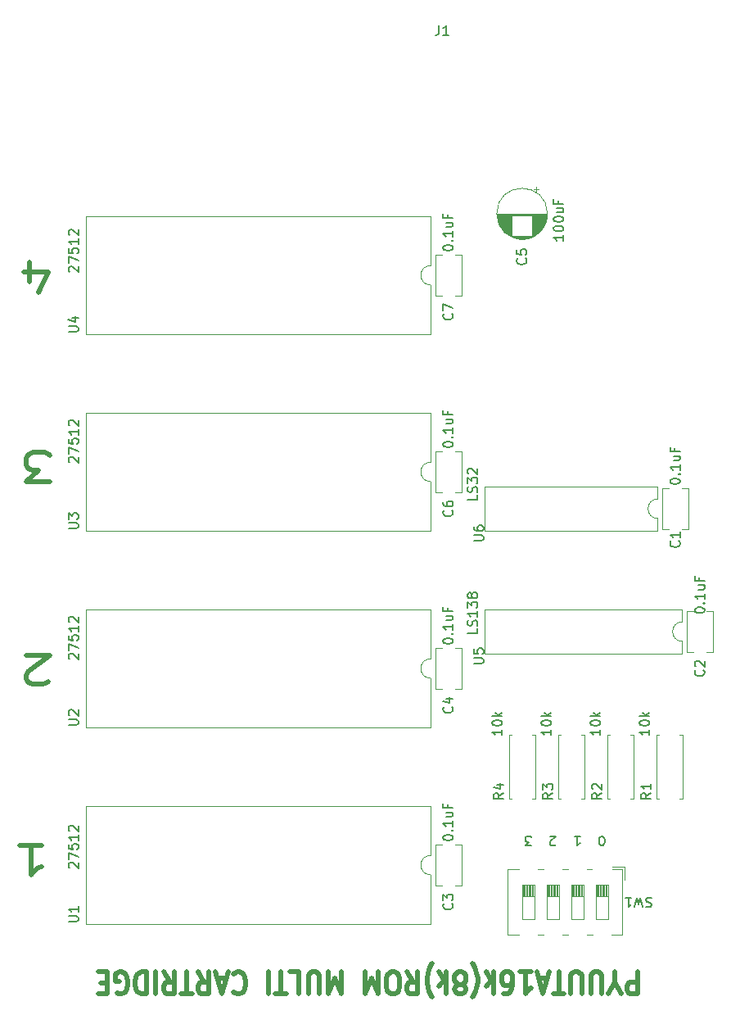
<source format=gto>
G04 #@! TF.GenerationSoftware,KiCad,Pcbnew,(5.1.9)-1*
G04 #@! TF.CreationDate,2025-03-23T14:17:03+09:00*
G04 #@! TF.ProjectId,PYUUTA16k,50595555-5441-4313-966b-2e6b69636164,rev?*
G04 #@! TF.SameCoordinates,PX53920b0PY93c3260*
G04 #@! TF.FileFunction,Legend,Top*
G04 #@! TF.FilePolarity,Positive*
%FSLAX46Y46*%
G04 Gerber Fmt 4.6, Leading zero omitted, Abs format (unit mm)*
G04 Created by KiCad (PCBNEW (5.1.9)-1) date 2025-03-23 14:17:03*
%MOMM*%
%LPD*%
G01*
G04 APERTURE LIST*
%ADD10C,0.500000*%
%ADD11C,0.150000*%
%ADD12C,0.120000*%
G04 APERTURE END LIST*
D10*
X67227142Y4215477D02*
X67227142Y1915477D01*
X66465238Y1915477D01*
X66274761Y2025000D01*
X66179523Y2134524D01*
X66084285Y2353572D01*
X66084285Y2682143D01*
X66179523Y2901191D01*
X66274761Y3010715D01*
X66465238Y3120239D01*
X67227142Y3120239D01*
X64846190Y3120239D02*
X64846190Y4215477D01*
X65512857Y1915477D02*
X64846190Y3120239D01*
X64179523Y1915477D01*
X63512857Y1915477D02*
X63512857Y3777381D01*
X63417619Y3996429D01*
X63322380Y4105953D01*
X63131904Y4215477D01*
X62750952Y4215477D01*
X62560476Y4105953D01*
X62465238Y3996429D01*
X62370000Y3777381D01*
X62370000Y1915477D01*
X61417619Y1915477D02*
X61417619Y3777381D01*
X61322380Y3996429D01*
X61227142Y4105953D01*
X61036666Y4215477D01*
X60655714Y4215477D01*
X60465238Y4105953D01*
X60370000Y3996429D01*
X60274761Y3777381D01*
X60274761Y1915477D01*
X59608095Y1915477D02*
X58465238Y1915477D01*
X59036666Y4215477D02*
X59036666Y1915477D01*
X57893809Y3558334D02*
X56941428Y3558334D01*
X58084285Y4215477D02*
X57417619Y1915477D01*
X56750952Y4215477D01*
X55036666Y4215477D02*
X56179523Y4215477D01*
X55608095Y4215477D02*
X55608095Y1915477D01*
X55798571Y2244048D01*
X55989047Y2463096D01*
X56179523Y2572620D01*
X53322380Y1915477D02*
X53703333Y1915477D01*
X53893809Y2025000D01*
X53989047Y2134524D01*
X54179523Y2463096D01*
X54274761Y2901191D01*
X54274761Y3777381D01*
X54179523Y3996429D01*
X54084285Y4105953D01*
X53893809Y4215477D01*
X53512857Y4215477D01*
X53322380Y4105953D01*
X53227142Y3996429D01*
X53131904Y3777381D01*
X53131904Y3229762D01*
X53227142Y3010715D01*
X53322380Y2901191D01*
X53512857Y2791667D01*
X53893809Y2791667D01*
X54084285Y2901191D01*
X54179523Y3010715D01*
X54274761Y3229762D01*
X52274761Y4215477D02*
X52274761Y1915477D01*
X52084285Y3339286D02*
X51512857Y4215477D01*
X51512857Y2682143D02*
X52274761Y3558334D01*
X50084285Y5091667D02*
X50179523Y4982143D01*
X50370000Y4653572D01*
X50465238Y4434524D01*
X50560476Y4105953D01*
X50655714Y3558334D01*
X50655714Y3120239D01*
X50560476Y2572620D01*
X50465238Y2244048D01*
X50370000Y2025000D01*
X50179523Y1696429D01*
X50084285Y1586905D01*
X49036666Y2901191D02*
X49227142Y2791667D01*
X49322380Y2682143D01*
X49417619Y2463096D01*
X49417619Y2353572D01*
X49322380Y2134524D01*
X49227142Y2025000D01*
X49036666Y1915477D01*
X48655714Y1915477D01*
X48465238Y2025000D01*
X48370000Y2134524D01*
X48274761Y2353572D01*
X48274761Y2463096D01*
X48370000Y2682143D01*
X48465238Y2791667D01*
X48655714Y2901191D01*
X49036666Y2901191D01*
X49227142Y3010715D01*
X49322380Y3120239D01*
X49417619Y3339286D01*
X49417619Y3777381D01*
X49322380Y3996429D01*
X49227142Y4105953D01*
X49036666Y4215477D01*
X48655714Y4215477D01*
X48465238Y4105953D01*
X48370000Y3996429D01*
X48274761Y3777381D01*
X48274761Y3339286D01*
X48370000Y3120239D01*
X48465238Y3010715D01*
X48655714Y2901191D01*
X47417619Y4215477D02*
X47417619Y1915477D01*
X47227142Y3339286D02*
X46655714Y4215477D01*
X46655714Y2682143D02*
X47417619Y3558334D01*
X45989047Y5091667D02*
X45893809Y4982143D01*
X45703333Y4653572D01*
X45608095Y4434524D01*
X45512857Y4105953D01*
X45417619Y3558334D01*
X45417619Y3120239D01*
X45512857Y2572620D01*
X45608095Y2244048D01*
X45703333Y2025000D01*
X45893809Y1696429D01*
X45989047Y1586905D01*
X43322380Y4215477D02*
X43989047Y3120239D01*
X44465238Y4215477D02*
X44465238Y1915477D01*
X43703333Y1915477D01*
X43512857Y2025000D01*
X43417619Y2134524D01*
X43322380Y2353572D01*
X43322380Y2682143D01*
X43417619Y2901191D01*
X43512857Y3010715D01*
X43703333Y3120239D01*
X44465238Y3120239D01*
X42084285Y1915477D02*
X41703333Y1915477D01*
X41512857Y2025000D01*
X41322380Y2244048D01*
X41227142Y2682143D01*
X41227142Y3448810D01*
X41322380Y3886905D01*
X41512857Y4105953D01*
X41703333Y4215477D01*
X42084285Y4215477D01*
X42274761Y4105953D01*
X42465238Y3886905D01*
X42560476Y3448810D01*
X42560476Y2682143D01*
X42465238Y2244048D01*
X42274761Y2025000D01*
X42084285Y1915477D01*
X40370000Y4215477D02*
X40370000Y1915477D01*
X39703333Y3558334D01*
X39036666Y1915477D01*
X39036666Y4215477D01*
X36560476Y4215477D02*
X36560476Y1915477D01*
X35893809Y3558334D01*
X35227142Y1915477D01*
X35227142Y4215477D01*
X34274761Y1915477D02*
X34274761Y3777381D01*
X34179523Y3996429D01*
X34084285Y4105953D01*
X33893809Y4215477D01*
X33512857Y4215477D01*
X33322380Y4105953D01*
X33227142Y3996429D01*
X33131904Y3777381D01*
X33131904Y1915477D01*
X31227142Y4215477D02*
X32179523Y4215477D01*
X32179523Y1915477D01*
X30846190Y1915477D02*
X29703333Y1915477D01*
X30274761Y4215477D02*
X30274761Y1915477D01*
X29036666Y4215477D02*
X29036666Y1915477D01*
X25417619Y3996429D02*
X25512857Y4105953D01*
X25798571Y4215477D01*
X25989047Y4215477D01*
X26274761Y4105953D01*
X26465238Y3886905D01*
X26560476Y3667858D01*
X26655714Y3229762D01*
X26655714Y2901191D01*
X26560476Y2463096D01*
X26465238Y2244048D01*
X26274761Y2025000D01*
X25989047Y1915477D01*
X25798571Y1915477D01*
X25512857Y2025000D01*
X25417619Y2134524D01*
X24655714Y3558334D02*
X23703333Y3558334D01*
X24846190Y4215477D02*
X24179523Y1915477D01*
X23512857Y4215477D01*
X21703333Y4215477D02*
X22370000Y3120239D01*
X22846190Y4215477D02*
X22846190Y1915477D01*
X22084285Y1915477D01*
X21893809Y2025000D01*
X21798571Y2134524D01*
X21703333Y2353572D01*
X21703333Y2682143D01*
X21798571Y2901191D01*
X21893809Y3010715D01*
X22084285Y3120239D01*
X22846190Y3120239D01*
X21131904Y1915477D02*
X19989047Y1915477D01*
X20560476Y4215477D02*
X20560476Y1915477D01*
X18179523Y4215477D02*
X18846190Y3120239D01*
X19322380Y4215477D02*
X19322380Y1915477D01*
X18560476Y1915477D01*
X18370000Y2025000D01*
X18274761Y2134524D01*
X18179523Y2353572D01*
X18179523Y2682143D01*
X18274761Y2901191D01*
X18370000Y3010715D01*
X18560476Y3120239D01*
X19322380Y3120239D01*
X17322380Y4215477D02*
X17322380Y1915477D01*
X16370000Y4215477D02*
X16370000Y1915477D01*
X15893809Y1915477D01*
X15608095Y2025000D01*
X15417619Y2244048D01*
X15322380Y2463096D01*
X15227142Y2901191D01*
X15227142Y3229762D01*
X15322380Y3667858D01*
X15417619Y3886905D01*
X15608095Y4105953D01*
X15893809Y4215477D01*
X16370000Y4215477D01*
X13322380Y2025000D02*
X13512857Y1915477D01*
X13798571Y1915477D01*
X14084285Y2025000D01*
X14274761Y2244048D01*
X14370000Y2463096D01*
X14465238Y2901191D01*
X14465238Y3229762D01*
X14370000Y3667858D01*
X14274761Y3886905D01*
X14084285Y4105953D01*
X13798571Y4215477D01*
X13608095Y4215477D01*
X13322380Y4105953D01*
X13227142Y3996429D01*
X13227142Y3229762D01*
X13608095Y3229762D01*
X12370000Y3010715D02*
X11703333Y3010715D01*
X11417619Y4215477D02*
X12370000Y4215477D01*
X12370000Y1915477D01*
X11417619Y1915477D01*
X4318095Y75557143D02*
X4318095Y77557143D01*
X5270476Y74414286D02*
X6222857Y76557143D01*
X3746666Y76557143D01*
X6413333Y54872143D02*
X3937142Y54872143D01*
X5270476Y56015000D01*
X4699047Y56015000D01*
X4318095Y56157858D01*
X4127619Y56300715D01*
X3937142Y56586429D01*
X3937142Y57300715D01*
X4127619Y57586429D01*
X4318095Y57729286D01*
X4699047Y57872143D01*
X5841904Y57872143D01*
X6222857Y57729286D01*
X6413333Y57586429D01*
X6222857Y34202858D02*
X6032380Y34060000D01*
X5651428Y33917143D01*
X4699047Y33917143D01*
X4318095Y34060000D01*
X4127619Y34202858D01*
X3937142Y34488572D01*
X3937142Y34774286D01*
X4127619Y35202858D01*
X6413333Y36917143D01*
X3937142Y36917143D01*
X3302142Y17232143D02*
X5587857Y17232143D01*
X4445000Y17232143D02*
X4445000Y14232143D01*
X4825952Y14660715D01*
X5206904Y14946429D01*
X5587857Y15089286D01*
D11*
X50617380Y39679762D02*
X50617380Y39203572D01*
X49617380Y39203572D01*
X50569761Y39965477D02*
X50617380Y40108334D01*
X50617380Y40346429D01*
X50569761Y40441667D01*
X50522142Y40489286D01*
X50426904Y40536905D01*
X50331666Y40536905D01*
X50236428Y40489286D01*
X50188809Y40441667D01*
X50141190Y40346429D01*
X50093571Y40155953D01*
X50045952Y40060715D01*
X49998333Y40013096D01*
X49903095Y39965477D01*
X49807857Y39965477D01*
X49712619Y40013096D01*
X49665000Y40060715D01*
X49617380Y40155953D01*
X49617380Y40394048D01*
X49665000Y40536905D01*
X50617380Y41489286D02*
X50617380Y40917858D01*
X50617380Y41203572D02*
X49617380Y41203572D01*
X49760238Y41108334D01*
X49855476Y41013096D01*
X49903095Y40917858D01*
X49617380Y41822620D02*
X49617380Y42441667D01*
X49998333Y42108334D01*
X49998333Y42251191D01*
X50045952Y42346429D01*
X50093571Y42394048D01*
X50188809Y42441667D01*
X50426904Y42441667D01*
X50522142Y42394048D01*
X50569761Y42346429D01*
X50617380Y42251191D01*
X50617380Y41965477D01*
X50569761Y41870239D01*
X50522142Y41822620D01*
X50045952Y43013096D02*
X49998333Y42917858D01*
X49950714Y42870239D01*
X49855476Y42822620D01*
X49807857Y42822620D01*
X49712619Y42870239D01*
X49665000Y42917858D01*
X49617380Y43013096D01*
X49617380Y43203572D01*
X49665000Y43298810D01*
X49712619Y43346429D01*
X49807857Y43394048D01*
X49855476Y43394048D01*
X49950714Y43346429D01*
X49998333Y43298810D01*
X50045952Y43203572D01*
X50045952Y43013096D01*
X50093571Y42917858D01*
X50141190Y42870239D01*
X50236428Y42822620D01*
X50426904Y42822620D01*
X50522142Y42870239D01*
X50569761Y42917858D01*
X50617380Y43013096D01*
X50617380Y43203572D01*
X50569761Y43298810D01*
X50522142Y43346429D01*
X50426904Y43394048D01*
X50236428Y43394048D01*
X50141190Y43346429D01*
X50093571Y43298810D01*
X50045952Y43203572D01*
X50617380Y53490953D02*
X50617380Y53014762D01*
X49617380Y53014762D01*
X50569761Y53776667D02*
X50617380Y53919524D01*
X50617380Y54157620D01*
X50569761Y54252858D01*
X50522142Y54300477D01*
X50426904Y54348096D01*
X50331666Y54348096D01*
X50236428Y54300477D01*
X50188809Y54252858D01*
X50141190Y54157620D01*
X50093571Y53967143D01*
X50045952Y53871905D01*
X49998333Y53824286D01*
X49903095Y53776667D01*
X49807857Y53776667D01*
X49712619Y53824286D01*
X49665000Y53871905D01*
X49617380Y53967143D01*
X49617380Y54205239D01*
X49665000Y54348096D01*
X49617380Y54681429D02*
X49617380Y55300477D01*
X49998333Y54967143D01*
X49998333Y55110000D01*
X50045952Y55205239D01*
X50093571Y55252858D01*
X50188809Y55300477D01*
X50426904Y55300477D01*
X50522142Y55252858D01*
X50569761Y55205239D01*
X50617380Y55110000D01*
X50617380Y54824286D01*
X50569761Y54729048D01*
X50522142Y54681429D01*
X49712619Y55681429D02*
X49665000Y55729048D01*
X49617380Y55824286D01*
X49617380Y56062381D01*
X49665000Y56157620D01*
X49712619Y56205239D01*
X49807857Y56252858D01*
X49903095Y56252858D01*
X50045952Y56205239D01*
X50617380Y55633810D01*
X50617380Y56252858D01*
X8437619Y76549524D02*
X8390000Y76597143D01*
X8342380Y76692381D01*
X8342380Y76930477D01*
X8390000Y77025715D01*
X8437619Y77073334D01*
X8532857Y77120953D01*
X8628095Y77120953D01*
X8770952Y77073334D01*
X9342380Y76501905D01*
X9342380Y77120953D01*
X8342380Y77454286D02*
X8342380Y78120953D01*
X9342380Y77692381D01*
X8342380Y78978096D02*
X8342380Y78501905D01*
X8818571Y78454286D01*
X8770952Y78501905D01*
X8723333Y78597143D01*
X8723333Y78835239D01*
X8770952Y78930477D01*
X8818571Y78978096D01*
X8913809Y79025715D01*
X9151904Y79025715D01*
X9247142Y78978096D01*
X9294761Y78930477D01*
X9342380Y78835239D01*
X9342380Y78597143D01*
X9294761Y78501905D01*
X9247142Y78454286D01*
X9342380Y79978096D02*
X9342380Y79406667D01*
X9342380Y79692381D02*
X8342380Y79692381D01*
X8485238Y79597143D01*
X8580476Y79501905D01*
X8628095Y79406667D01*
X8437619Y80359048D02*
X8390000Y80406667D01*
X8342380Y80501905D01*
X8342380Y80740000D01*
X8390000Y80835239D01*
X8437619Y80882858D01*
X8532857Y80930477D01*
X8628095Y80930477D01*
X8770952Y80882858D01*
X9342380Y80311429D01*
X9342380Y80930477D01*
X8437619Y56864524D02*
X8390000Y56912143D01*
X8342380Y57007381D01*
X8342380Y57245477D01*
X8390000Y57340715D01*
X8437619Y57388334D01*
X8532857Y57435953D01*
X8628095Y57435953D01*
X8770952Y57388334D01*
X9342380Y56816905D01*
X9342380Y57435953D01*
X8342380Y57769286D02*
X8342380Y58435953D01*
X9342380Y58007381D01*
X8342380Y59293096D02*
X8342380Y58816905D01*
X8818571Y58769286D01*
X8770952Y58816905D01*
X8723333Y58912143D01*
X8723333Y59150239D01*
X8770952Y59245477D01*
X8818571Y59293096D01*
X8913809Y59340715D01*
X9151904Y59340715D01*
X9247142Y59293096D01*
X9294761Y59245477D01*
X9342380Y59150239D01*
X9342380Y58912143D01*
X9294761Y58816905D01*
X9247142Y58769286D01*
X9342380Y60293096D02*
X9342380Y59721667D01*
X9342380Y60007381D02*
X8342380Y60007381D01*
X8485238Y59912143D01*
X8580476Y59816905D01*
X8628095Y59721667D01*
X8437619Y60674048D02*
X8390000Y60721667D01*
X8342380Y60816905D01*
X8342380Y61055000D01*
X8390000Y61150239D01*
X8437619Y61197858D01*
X8532857Y61245477D01*
X8628095Y61245477D01*
X8770952Y61197858D01*
X9342380Y60626429D01*
X9342380Y61245477D01*
X8437619Y36544524D02*
X8390000Y36592143D01*
X8342380Y36687381D01*
X8342380Y36925477D01*
X8390000Y37020715D01*
X8437619Y37068334D01*
X8532857Y37115953D01*
X8628095Y37115953D01*
X8770952Y37068334D01*
X9342380Y36496905D01*
X9342380Y37115953D01*
X8342380Y37449286D02*
X8342380Y38115953D01*
X9342380Y37687381D01*
X8342380Y38973096D02*
X8342380Y38496905D01*
X8818571Y38449286D01*
X8770952Y38496905D01*
X8723333Y38592143D01*
X8723333Y38830239D01*
X8770952Y38925477D01*
X8818571Y38973096D01*
X8913809Y39020715D01*
X9151904Y39020715D01*
X9247142Y38973096D01*
X9294761Y38925477D01*
X9342380Y38830239D01*
X9342380Y38592143D01*
X9294761Y38496905D01*
X9247142Y38449286D01*
X9342380Y39973096D02*
X9342380Y39401667D01*
X9342380Y39687381D02*
X8342380Y39687381D01*
X8485238Y39592143D01*
X8580476Y39496905D01*
X8628095Y39401667D01*
X8437619Y40354048D02*
X8390000Y40401667D01*
X8342380Y40496905D01*
X8342380Y40735000D01*
X8390000Y40830239D01*
X8437619Y40877858D01*
X8532857Y40925477D01*
X8628095Y40925477D01*
X8770952Y40877858D01*
X9342380Y40306429D01*
X9342380Y40925477D01*
X8437619Y14954524D02*
X8390000Y15002143D01*
X8342380Y15097381D01*
X8342380Y15335477D01*
X8390000Y15430715D01*
X8437619Y15478334D01*
X8532857Y15525953D01*
X8628095Y15525953D01*
X8770952Y15478334D01*
X9342380Y14906905D01*
X9342380Y15525953D01*
X8342380Y15859286D02*
X8342380Y16525953D01*
X9342380Y16097381D01*
X8342380Y17383096D02*
X8342380Y16906905D01*
X8818571Y16859286D01*
X8770952Y16906905D01*
X8723333Y17002143D01*
X8723333Y17240239D01*
X8770952Y17335477D01*
X8818571Y17383096D01*
X8913809Y17430715D01*
X9151904Y17430715D01*
X9247142Y17383096D01*
X9294761Y17335477D01*
X9342380Y17240239D01*
X9342380Y17002143D01*
X9294761Y16906905D01*
X9247142Y16859286D01*
X9342380Y18383096D02*
X9342380Y17811667D01*
X9342380Y18097381D02*
X8342380Y18097381D01*
X8485238Y18002143D01*
X8580476Y17906905D01*
X8628095Y17811667D01*
X8437619Y18764048D02*
X8390000Y18811667D01*
X8342380Y18906905D01*
X8342380Y19145000D01*
X8390000Y19240239D01*
X8437619Y19287858D01*
X8532857Y19335477D01*
X8628095Y19335477D01*
X8770952Y19287858D01*
X9342380Y18716429D01*
X9342380Y19335477D01*
X68397380Y29249762D02*
X68397380Y28678334D01*
X68397380Y28964048D02*
X67397380Y28964048D01*
X67540238Y28868810D01*
X67635476Y28773572D01*
X67683095Y28678334D01*
X67397380Y29868810D02*
X67397380Y29964048D01*
X67445000Y30059286D01*
X67492619Y30106905D01*
X67587857Y30154524D01*
X67778333Y30202143D01*
X68016428Y30202143D01*
X68206904Y30154524D01*
X68302142Y30106905D01*
X68349761Y30059286D01*
X68397380Y29964048D01*
X68397380Y29868810D01*
X68349761Y29773572D01*
X68302142Y29725953D01*
X68206904Y29678334D01*
X68016428Y29630715D01*
X67778333Y29630715D01*
X67587857Y29678334D01*
X67492619Y29725953D01*
X67445000Y29773572D01*
X67397380Y29868810D01*
X68397380Y30630715D02*
X67397380Y30630715D01*
X68016428Y30725953D02*
X68397380Y31011667D01*
X67730714Y31011667D02*
X68111666Y30630715D01*
X63317380Y29249762D02*
X63317380Y28678334D01*
X63317380Y28964048D02*
X62317380Y28964048D01*
X62460238Y28868810D01*
X62555476Y28773572D01*
X62603095Y28678334D01*
X62317380Y29868810D02*
X62317380Y29964048D01*
X62365000Y30059286D01*
X62412619Y30106905D01*
X62507857Y30154524D01*
X62698333Y30202143D01*
X62936428Y30202143D01*
X63126904Y30154524D01*
X63222142Y30106905D01*
X63269761Y30059286D01*
X63317380Y29964048D01*
X63317380Y29868810D01*
X63269761Y29773572D01*
X63222142Y29725953D01*
X63126904Y29678334D01*
X62936428Y29630715D01*
X62698333Y29630715D01*
X62507857Y29678334D01*
X62412619Y29725953D01*
X62365000Y29773572D01*
X62317380Y29868810D01*
X63317380Y30630715D02*
X62317380Y30630715D01*
X62936428Y30725953D02*
X63317380Y31011667D01*
X62650714Y31011667D02*
X63031666Y30630715D01*
X58237380Y29249762D02*
X58237380Y28678334D01*
X58237380Y28964048D02*
X57237380Y28964048D01*
X57380238Y28868810D01*
X57475476Y28773572D01*
X57523095Y28678334D01*
X57237380Y29868810D02*
X57237380Y29964048D01*
X57285000Y30059286D01*
X57332619Y30106905D01*
X57427857Y30154524D01*
X57618333Y30202143D01*
X57856428Y30202143D01*
X58046904Y30154524D01*
X58142142Y30106905D01*
X58189761Y30059286D01*
X58237380Y29964048D01*
X58237380Y29868810D01*
X58189761Y29773572D01*
X58142142Y29725953D01*
X58046904Y29678334D01*
X57856428Y29630715D01*
X57618333Y29630715D01*
X57427857Y29678334D01*
X57332619Y29725953D01*
X57285000Y29773572D01*
X57237380Y29868810D01*
X58237380Y30630715D02*
X57237380Y30630715D01*
X57856428Y30725953D02*
X58237380Y31011667D01*
X57570714Y31011667D02*
X57951666Y30630715D01*
X53157380Y29249762D02*
X53157380Y28678334D01*
X53157380Y28964048D02*
X52157380Y28964048D01*
X52300238Y28868810D01*
X52395476Y28773572D01*
X52443095Y28678334D01*
X52157380Y29868810D02*
X52157380Y29964048D01*
X52205000Y30059286D01*
X52252619Y30106905D01*
X52347857Y30154524D01*
X52538333Y30202143D01*
X52776428Y30202143D01*
X52966904Y30154524D01*
X53062142Y30106905D01*
X53109761Y30059286D01*
X53157380Y29964048D01*
X53157380Y29868810D01*
X53109761Y29773572D01*
X53062142Y29725953D01*
X52966904Y29678334D01*
X52776428Y29630715D01*
X52538333Y29630715D01*
X52347857Y29678334D01*
X52252619Y29725953D01*
X52205000Y29773572D01*
X52157380Y29868810D01*
X53157380Y30630715D02*
X52157380Y30630715D01*
X52776428Y30725953D02*
X53157380Y31011667D01*
X52490714Y31011667D02*
X52871666Y30630715D01*
X59507380Y80367381D02*
X59507380Y79795953D01*
X59507380Y80081667D02*
X58507380Y80081667D01*
X58650238Y79986429D01*
X58745476Y79891191D01*
X58793095Y79795953D01*
X58507380Y80986429D02*
X58507380Y81081667D01*
X58555000Y81176905D01*
X58602619Y81224524D01*
X58697857Y81272143D01*
X58888333Y81319762D01*
X59126428Y81319762D01*
X59316904Y81272143D01*
X59412142Y81224524D01*
X59459761Y81176905D01*
X59507380Y81081667D01*
X59507380Y80986429D01*
X59459761Y80891191D01*
X59412142Y80843572D01*
X59316904Y80795953D01*
X59126428Y80748334D01*
X58888333Y80748334D01*
X58697857Y80795953D01*
X58602619Y80843572D01*
X58555000Y80891191D01*
X58507380Y80986429D01*
X58507380Y81938810D02*
X58507380Y82034048D01*
X58555000Y82129286D01*
X58602619Y82176905D01*
X58697857Y82224524D01*
X58888333Y82272143D01*
X59126428Y82272143D01*
X59316904Y82224524D01*
X59412142Y82176905D01*
X59459761Y82129286D01*
X59507380Y82034048D01*
X59507380Y81938810D01*
X59459761Y81843572D01*
X59412142Y81795953D01*
X59316904Y81748334D01*
X59126428Y81700715D01*
X58888333Y81700715D01*
X58697857Y81748334D01*
X58602619Y81795953D01*
X58555000Y81843572D01*
X58507380Y81938810D01*
X58840714Y83129286D02*
X59507380Y83129286D01*
X58840714Y82700715D02*
X59364523Y82700715D01*
X59459761Y82748334D01*
X59507380Y82843572D01*
X59507380Y82986429D01*
X59459761Y83081667D01*
X59412142Y83129286D01*
X58983571Y83938810D02*
X58983571Y83605477D01*
X59507380Y83605477D02*
X58507380Y83605477D01*
X58507380Y84081667D01*
X47077380Y79002143D02*
X47077380Y79097381D01*
X47125000Y79192620D01*
X47172619Y79240239D01*
X47267857Y79287858D01*
X47458333Y79335477D01*
X47696428Y79335477D01*
X47886904Y79287858D01*
X47982142Y79240239D01*
X48029761Y79192620D01*
X48077380Y79097381D01*
X48077380Y79002143D01*
X48029761Y78906905D01*
X47982142Y78859286D01*
X47886904Y78811667D01*
X47696428Y78764048D01*
X47458333Y78764048D01*
X47267857Y78811667D01*
X47172619Y78859286D01*
X47125000Y78906905D01*
X47077380Y79002143D01*
X47982142Y79764048D02*
X48029761Y79811667D01*
X48077380Y79764048D01*
X48029761Y79716429D01*
X47982142Y79764048D01*
X48077380Y79764048D01*
X48077380Y80764048D02*
X48077380Y80192620D01*
X48077380Y80478334D02*
X47077380Y80478334D01*
X47220238Y80383096D01*
X47315476Y80287858D01*
X47363095Y80192620D01*
X47410714Y81621191D02*
X48077380Y81621191D01*
X47410714Y81192620D02*
X47934523Y81192620D01*
X48029761Y81240239D01*
X48077380Y81335477D01*
X48077380Y81478334D01*
X48029761Y81573572D01*
X47982142Y81621191D01*
X47553571Y82430715D02*
X47553571Y82097381D01*
X48077380Y82097381D02*
X47077380Y82097381D01*
X47077380Y82573572D01*
X47077380Y58682143D02*
X47077380Y58777381D01*
X47125000Y58872620D01*
X47172619Y58920239D01*
X47267857Y58967858D01*
X47458333Y59015477D01*
X47696428Y59015477D01*
X47886904Y58967858D01*
X47982142Y58920239D01*
X48029761Y58872620D01*
X48077380Y58777381D01*
X48077380Y58682143D01*
X48029761Y58586905D01*
X47982142Y58539286D01*
X47886904Y58491667D01*
X47696428Y58444048D01*
X47458333Y58444048D01*
X47267857Y58491667D01*
X47172619Y58539286D01*
X47125000Y58586905D01*
X47077380Y58682143D01*
X47982142Y59444048D02*
X48029761Y59491667D01*
X48077380Y59444048D01*
X48029761Y59396429D01*
X47982142Y59444048D01*
X48077380Y59444048D01*
X48077380Y60444048D02*
X48077380Y59872620D01*
X48077380Y60158334D02*
X47077380Y60158334D01*
X47220238Y60063096D01*
X47315476Y59967858D01*
X47363095Y59872620D01*
X47410714Y61301191D02*
X48077380Y61301191D01*
X47410714Y60872620D02*
X47934523Y60872620D01*
X48029761Y60920239D01*
X48077380Y61015477D01*
X48077380Y61158334D01*
X48029761Y61253572D01*
X47982142Y61301191D01*
X47553571Y62110715D02*
X47553571Y61777381D01*
X48077380Y61777381D02*
X47077380Y61777381D01*
X47077380Y62253572D01*
X70572380Y54872143D02*
X70572380Y54967381D01*
X70620000Y55062620D01*
X70667619Y55110239D01*
X70762857Y55157858D01*
X70953333Y55205477D01*
X71191428Y55205477D01*
X71381904Y55157858D01*
X71477142Y55110239D01*
X71524761Y55062620D01*
X71572380Y54967381D01*
X71572380Y54872143D01*
X71524761Y54776905D01*
X71477142Y54729286D01*
X71381904Y54681667D01*
X71191428Y54634048D01*
X70953333Y54634048D01*
X70762857Y54681667D01*
X70667619Y54729286D01*
X70620000Y54776905D01*
X70572380Y54872143D01*
X71477142Y55634048D02*
X71524761Y55681667D01*
X71572380Y55634048D01*
X71524761Y55586429D01*
X71477142Y55634048D01*
X71572380Y55634048D01*
X71572380Y56634048D02*
X71572380Y56062620D01*
X71572380Y56348334D02*
X70572380Y56348334D01*
X70715238Y56253096D01*
X70810476Y56157858D01*
X70858095Y56062620D01*
X70905714Y57491191D02*
X71572380Y57491191D01*
X70905714Y57062620D02*
X71429523Y57062620D01*
X71524761Y57110239D01*
X71572380Y57205477D01*
X71572380Y57348334D01*
X71524761Y57443572D01*
X71477142Y57491191D01*
X71048571Y58300715D02*
X71048571Y57967381D01*
X71572380Y57967381D02*
X70572380Y57967381D01*
X70572380Y58443572D01*
X73112380Y41537143D02*
X73112380Y41632381D01*
X73160000Y41727620D01*
X73207619Y41775239D01*
X73302857Y41822858D01*
X73493333Y41870477D01*
X73731428Y41870477D01*
X73921904Y41822858D01*
X74017142Y41775239D01*
X74064761Y41727620D01*
X74112380Y41632381D01*
X74112380Y41537143D01*
X74064761Y41441905D01*
X74017142Y41394286D01*
X73921904Y41346667D01*
X73731428Y41299048D01*
X73493333Y41299048D01*
X73302857Y41346667D01*
X73207619Y41394286D01*
X73160000Y41441905D01*
X73112380Y41537143D01*
X74017142Y42299048D02*
X74064761Y42346667D01*
X74112380Y42299048D01*
X74064761Y42251429D01*
X74017142Y42299048D01*
X74112380Y42299048D01*
X74112380Y43299048D02*
X74112380Y42727620D01*
X74112380Y43013334D02*
X73112380Y43013334D01*
X73255238Y42918096D01*
X73350476Y42822858D01*
X73398095Y42727620D01*
X73445714Y44156191D02*
X74112380Y44156191D01*
X73445714Y43727620D02*
X73969523Y43727620D01*
X74064761Y43775239D01*
X74112380Y43870477D01*
X74112380Y44013334D01*
X74064761Y44108572D01*
X74017142Y44156191D01*
X73588571Y44965715D02*
X73588571Y44632381D01*
X74112380Y44632381D02*
X73112380Y44632381D01*
X73112380Y45108572D01*
X47077380Y38362143D02*
X47077380Y38457381D01*
X47125000Y38552620D01*
X47172619Y38600239D01*
X47267857Y38647858D01*
X47458333Y38695477D01*
X47696428Y38695477D01*
X47886904Y38647858D01*
X47982142Y38600239D01*
X48029761Y38552620D01*
X48077380Y38457381D01*
X48077380Y38362143D01*
X48029761Y38266905D01*
X47982142Y38219286D01*
X47886904Y38171667D01*
X47696428Y38124048D01*
X47458333Y38124048D01*
X47267857Y38171667D01*
X47172619Y38219286D01*
X47125000Y38266905D01*
X47077380Y38362143D01*
X47982142Y39124048D02*
X48029761Y39171667D01*
X48077380Y39124048D01*
X48029761Y39076429D01*
X47982142Y39124048D01*
X48077380Y39124048D01*
X48077380Y40124048D02*
X48077380Y39552620D01*
X48077380Y39838334D02*
X47077380Y39838334D01*
X47220238Y39743096D01*
X47315476Y39647858D01*
X47363095Y39552620D01*
X47410714Y40981191D02*
X48077380Y40981191D01*
X47410714Y40552620D02*
X47934523Y40552620D01*
X48029761Y40600239D01*
X48077380Y40695477D01*
X48077380Y40838334D01*
X48029761Y40933572D01*
X47982142Y40981191D01*
X47553571Y41790715D02*
X47553571Y41457381D01*
X48077380Y41457381D02*
X47077380Y41457381D01*
X47077380Y41933572D01*
X47077380Y18042143D02*
X47077380Y18137381D01*
X47125000Y18232620D01*
X47172619Y18280239D01*
X47267857Y18327858D01*
X47458333Y18375477D01*
X47696428Y18375477D01*
X47886904Y18327858D01*
X47982142Y18280239D01*
X48029761Y18232620D01*
X48077380Y18137381D01*
X48077380Y18042143D01*
X48029761Y17946905D01*
X47982142Y17899286D01*
X47886904Y17851667D01*
X47696428Y17804048D01*
X47458333Y17804048D01*
X47267857Y17851667D01*
X47172619Y17899286D01*
X47125000Y17946905D01*
X47077380Y18042143D01*
X47982142Y18804048D02*
X48029761Y18851667D01*
X48077380Y18804048D01*
X48029761Y18756429D01*
X47982142Y18804048D01*
X48077380Y18804048D01*
X48077380Y19804048D02*
X48077380Y19232620D01*
X48077380Y19518334D02*
X47077380Y19518334D01*
X47220238Y19423096D01*
X47315476Y19327858D01*
X47363095Y19232620D01*
X47410714Y20661191D02*
X48077380Y20661191D01*
X47410714Y20232620D02*
X47934523Y20232620D01*
X48029761Y20280239D01*
X48077380Y20375477D01*
X48077380Y20518334D01*
X48029761Y20613572D01*
X47982142Y20661191D01*
X47553571Y21470715D02*
X47553571Y21137381D01*
X48077380Y21137381D02*
X47077380Y21137381D01*
X47077380Y21613572D01*
X56213333Y17232381D02*
X55594285Y17232381D01*
X55927619Y17613334D01*
X55784761Y17613334D01*
X55689523Y17660953D01*
X55641904Y17708572D01*
X55594285Y17803810D01*
X55594285Y18041905D01*
X55641904Y18137143D01*
X55689523Y18184762D01*
X55784761Y18232381D01*
X56070476Y18232381D01*
X56165714Y18184762D01*
X56213333Y18137143D01*
X58705714Y17327620D02*
X58658095Y17280000D01*
X58562857Y17232381D01*
X58324761Y17232381D01*
X58229523Y17280000D01*
X58181904Y17327620D01*
X58134285Y17422858D01*
X58134285Y17518096D01*
X58181904Y17660953D01*
X58753333Y18232381D01*
X58134285Y18232381D01*
X60674285Y18232381D02*
X61245714Y18232381D01*
X60960000Y18232381D02*
X60960000Y17232381D01*
X61055238Y17375239D01*
X61150476Y17470477D01*
X61245714Y17518096D01*
X63547619Y17232381D02*
X63452380Y17232381D01*
X63357142Y17280000D01*
X63309523Y17327620D01*
X63261904Y17422858D01*
X63214285Y17613334D01*
X63214285Y17851429D01*
X63261904Y18041905D01*
X63309523Y18137143D01*
X63357142Y18184762D01*
X63452380Y18232381D01*
X63547619Y18232381D01*
X63642857Y18184762D01*
X63690476Y18137143D01*
X63738095Y18041905D01*
X63785714Y17851429D01*
X63785714Y17613334D01*
X63738095Y17422858D01*
X63690476Y17327620D01*
X63642857Y17280000D01*
X63547619Y17232381D01*
D12*
X69750000Y49930000D02*
X69750000Y54170000D01*
X72490000Y49930000D02*
X72490000Y54170000D01*
X69750000Y49930000D02*
X70455000Y49930000D01*
X71785000Y49930000D02*
X72490000Y49930000D01*
X69750000Y54170000D02*
X70455000Y54170000D01*
X71785000Y54170000D02*
X72490000Y54170000D01*
X72995000Y37270000D02*
X72290000Y37270000D01*
X75030000Y37270000D02*
X74325000Y37270000D01*
X72995000Y41510000D02*
X72290000Y41510000D01*
X75030000Y41510000D02*
X74325000Y41510000D01*
X72290000Y41510000D02*
X72290000Y37270000D01*
X75030000Y41510000D02*
X75030000Y37270000D01*
X48995000Y17380000D02*
X48995000Y13140000D01*
X46255000Y17380000D02*
X46255000Y13140000D01*
X48995000Y17380000D02*
X48290000Y17380000D01*
X46960000Y17380000D02*
X46255000Y17380000D01*
X48995000Y13140000D02*
X48290000Y13140000D01*
X46960000Y13140000D02*
X46255000Y13140000D01*
X46960000Y33460000D02*
X46255000Y33460000D01*
X48995000Y33460000D02*
X48290000Y33460000D01*
X46960000Y37700000D02*
X46255000Y37700000D01*
X48995000Y37700000D02*
X48290000Y37700000D01*
X46255000Y37700000D02*
X46255000Y33460000D01*
X48995000Y37700000D02*
X48995000Y33460000D01*
X46960000Y53780000D02*
X46255000Y53780000D01*
X48995000Y53780000D02*
X48290000Y53780000D01*
X46960000Y58020000D02*
X46255000Y58020000D01*
X48995000Y58020000D02*
X48290000Y58020000D01*
X46255000Y58020000D02*
X46255000Y53780000D01*
X48995000Y58020000D02*
X48995000Y53780000D01*
X48995000Y78340000D02*
X48995000Y74100000D01*
X46255000Y78340000D02*
X46255000Y74100000D01*
X48995000Y78340000D02*
X48290000Y78340000D01*
X46960000Y78340000D02*
X46255000Y78340000D01*
X48995000Y74100000D02*
X48290000Y74100000D01*
X46960000Y74100000D02*
X46255000Y74100000D01*
X71855000Y28670000D02*
X71525000Y28670000D01*
X71855000Y22130000D02*
X71855000Y28670000D01*
X71525000Y22130000D02*
X71855000Y22130000D01*
X69115000Y28670000D02*
X69445000Y28670000D01*
X69115000Y22130000D02*
X69115000Y28670000D01*
X69445000Y22130000D02*
X69115000Y22130000D01*
X64365000Y22130000D02*
X64035000Y22130000D01*
X64035000Y22130000D02*
X64035000Y28670000D01*
X64035000Y28670000D02*
X64365000Y28670000D01*
X66445000Y22130000D02*
X66775000Y22130000D01*
X66775000Y22130000D02*
X66775000Y28670000D01*
X66775000Y28670000D02*
X66445000Y28670000D01*
X61695000Y28670000D02*
X61365000Y28670000D01*
X61695000Y22130000D02*
X61695000Y28670000D01*
X61365000Y22130000D02*
X61695000Y22130000D01*
X58955000Y28670000D02*
X59285000Y28670000D01*
X58955000Y22130000D02*
X58955000Y28670000D01*
X59285000Y22130000D02*
X58955000Y22130000D01*
X54205000Y22130000D02*
X53875000Y22130000D01*
X53875000Y22130000D02*
X53875000Y28670000D01*
X53875000Y28670000D02*
X54205000Y28670000D01*
X56285000Y22130000D02*
X56615000Y22130000D01*
X56615000Y22130000D02*
X56615000Y28670000D01*
X56615000Y28670000D02*
X56285000Y28670000D01*
X56515000Y12033333D02*
X55245000Y12033333D01*
X55315000Y13240000D02*
X55315000Y12033333D01*
X55435000Y13240000D02*
X55435000Y12033333D01*
X55555000Y13240000D02*
X55555000Y12033333D01*
X55675000Y13240000D02*
X55675000Y12033333D01*
X55795000Y13240000D02*
X55795000Y12033333D01*
X55915000Y13240000D02*
X55915000Y12033333D01*
X56035000Y13240000D02*
X56035000Y12033333D01*
X56155000Y13240000D02*
X56155000Y12033333D01*
X56275000Y13240000D02*
X56275000Y12033333D01*
X56395000Y13240000D02*
X56395000Y12033333D01*
X56515000Y9620000D02*
X56515000Y13240000D01*
X55245000Y9620000D02*
X56515000Y9620000D01*
X55245000Y13240000D02*
X55245000Y9620000D01*
X56515000Y13240000D02*
X55245000Y13240000D01*
X59055000Y12033333D02*
X57785000Y12033333D01*
X57855000Y13240000D02*
X57855000Y12033333D01*
X57975000Y13240000D02*
X57975000Y12033333D01*
X58095000Y13240000D02*
X58095000Y12033333D01*
X58215000Y13240000D02*
X58215000Y12033333D01*
X58335000Y13240000D02*
X58335000Y12033333D01*
X58455000Y13240000D02*
X58455000Y12033333D01*
X58575000Y13240000D02*
X58575000Y12033333D01*
X58695000Y13240000D02*
X58695000Y12033333D01*
X58815000Y13240000D02*
X58815000Y12033333D01*
X58935000Y13240000D02*
X58935000Y12033333D01*
X59055000Y9620000D02*
X59055000Y13240000D01*
X57785000Y9620000D02*
X59055000Y9620000D01*
X57785000Y13240000D02*
X57785000Y9620000D01*
X59055000Y13240000D02*
X57785000Y13240000D01*
X61595000Y12033333D02*
X60325000Y12033333D01*
X60395000Y13240000D02*
X60395000Y12033333D01*
X60515000Y13240000D02*
X60515000Y12033333D01*
X60635000Y13240000D02*
X60635000Y12033333D01*
X60755000Y13240000D02*
X60755000Y12033333D01*
X60875000Y13240000D02*
X60875000Y12033333D01*
X60995000Y13240000D02*
X60995000Y12033333D01*
X61115000Y13240000D02*
X61115000Y12033333D01*
X61235000Y13240000D02*
X61235000Y12033333D01*
X61355000Y13240000D02*
X61355000Y12033333D01*
X61475000Y13240000D02*
X61475000Y12033333D01*
X61595000Y9620000D02*
X61595000Y13240000D01*
X60325000Y9620000D02*
X61595000Y9620000D01*
X60325000Y13240000D02*
X60325000Y9620000D01*
X61595000Y13240000D02*
X60325000Y13240000D01*
X64135000Y12033333D02*
X62865000Y12033333D01*
X62935000Y13240000D02*
X62935000Y12033333D01*
X63055000Y13240000D02*
X63055000Y12033333D01*
X63175000Y13240000D02*
X63175000Y12033333D01*
X63295000Y13240000D02*
X63295000Y12033333D01*
X63415000Y13240000D02*
X63415000Y12033333D01*
X63535000Y13240000D02*
X63535000Y12033333D01*
X63655000Y13240000D02*
X63655000Y12033333D01*
X63775000Y13240000D02*
X63775000Y12033333D01*
X63895000Y13240000D02*
X63895000Y12033333D01*
X64015000Y13240000D02*
X64015000Y12033333D01*
X64135000Y9620000D02*
X64135000Y13240000D01*
X62865000Y9620000D02*
X64135000Y9620000D01*
X62865000Y13240000D02*
X62865000Y9620000D01*
X64135000Y13240000D02*
X62865000Y13240000D01*
X65850000Y15080000D02*
X64540000Y15080000D01*
X65850000Y15080000D02*
X65850000Y13697000D01*
X62510000Y8019000D02*
X61949000Y8019000D01*
X65610000Y8019000D02*
X64490000Y8019000D01*
X59970000Y8019000D02*
X59409000Y8019000D01*
X57430000Y8019000D02*
X56869000Y8019000D01*
X54890000Y8019000D02*
X53770000Y8019000D01*
X54890000Y14840000D02*
X53770000Y14840000D01*
X57430000Y14840000D02*
X56869000Y14840000D01*
X59970000Y14840000D02*
X59409000Y14840000D01*
X62460000Y14840000D02*
X61949000Y14840000D01*
X65610000Y14840000D02*
X64540000Y14840000D01*
X53770000Y14840000D02*
X53770000Y8019000D01*
X65610000Y14840000D02*
X65610000Y8019000D01*
X45780000Y9180000D02*
X45780000Y14240000D01*
X10100000Y9180000D02*
X45780000Y9180000D01*
X10100000Y21300000D02*
X10100000Y9180000D01*
X45780000Y21300000D02*
X10100000Y21300000D01*
X45780000Y16240000D02*
X45780000Y21300000D01*
X45780000Y14240000D02*
G75*
G02*
X45780000Y16240000I0J1000000D01*
G01*
X45780000Y29500000D02*
X45780000Y34560000D01*
X10100000Y29500000D02*
X45780000Y29500000D01*
X10100000Y41620000D02*
X10100000Y29500000D01*
X45780000Y41620000D02*
X10100000Y41620000D01*
X45780000Y36560000D02*
X45780000Y41620000D01*
X45780000Y34560000D02*
G75*
G02*
X45780000Y36560000I0J1000000D01*
G01*
X45780000Y56880000D02*
X45780000Y61940000D01*
X45780000Y61940000D02*
X10100000Y61940000D01*
X10100000Y61940000D02*
X10100000Y49820000D01*
X10100000Y49820000D02*
X45780000Y49820000D01*
X45780000Y49820000D02*
X45780000Y54880000D01*
X45780000Y54880000D02*
G75*
G02*
X45780000Y56880000I0J1000000D01*
G01*
X45780000Y77200000D02*
X45780000Y82260000D01*
X45780000Y82260000D02*
X10100000Y82260000D01*
X10100000Y82260000D02*
X10100000Y70140000D01*
X10100000Y70140000D02*
X45780000Y70140000D01*
X45780000Y70140000D02*
X45780000Y75200000D01*
X45780000Y75200000D02*
G75*
G02*
X45780000Y77200000I0J1000000D01*
G01*
X71815000Y37120000D02*
X71815000Y38370000D01*
X51375000Y37120000D02*
X71815000Y37120000D01*
X51375000Y41620000D02*
X51375000Y37120000D01*
X71815000Y41620000D02*
X51375000Y41620000D01*
X71815000Y40370000D02*
X71815000Y41620000D01*
X71815000Y38370000D02*
G75*
G02*
X71815000Y40370000I0J1000000D01*
G01*
X69275000Y49820000D02*
X69275000Y51070000D01*
X51375000Y49820000D02*
X69275000Y49820000D01*
X51375000Y54320000D02*
X51375000Y49820000D01*
X69275000Y54320000D02*
X51375000Y54320000D01*
X69275000Y53070000D02*
X69275000Y54320000D01*
X69275000Y51070000D02*
G75*
G02*
X69275000Y53070000I0J1000000D01*
G01*
X56970000Y85124775D02*
X56470000Y85124775D01*
X56720000Y85374775D02*
X56720000Y84874775D01*
X55529000Y79969000D02*
X54961000Y79969000D01*
X55763000Y80009000D02*
X54727000Y80009000D01*
X55922000Y80049000D02*
X54568000Y80049000D01*
X56050000Y80089000D02*
X54440000Y80089000D01*
X56160000Y80129000D02*
X54330000Y80129000D01*
X56256000Y80169000D02*
X54234000Y80169000D01*
X56343000Y80209000D02*
X54147000Y80209000D01*
X56423000Y80249000D02*
X54067000Y80249000D01*
X54205000Y80289000D02*
X53994000Y80289000D01*
X56496000Y80289000D02*
X56285000Y80289000D01*
X54205000Y80329000D02*
X53926000Y80329000D01*
X56564000Y80329000D02*
X56285000Y80329000D01*
X54205000Y80369000D02*
X53862000Y80369000D01*
X56628000Y80369000D02*
X56285000Y80369000D01*
X54205000Y80409000D02*
X53802000Y80409000D01*
X56688000Y80409000D02*
X56285000Y80409000D01*
X54205000Y80449000D02*
X53745000Y80449000D01*
X56745000Y80449000D02*
X56285000Y80449000D01*
X54205000Y80489000D02*
X53691000Y80489000D01*
X56799000Y80489000D02*
X56285000Y80489000D01*
X54205000Y80529000D02*
X53640000Y80529000D01*
X56850000Y80529000D02*
X56285000Y80529000D01*
X54205000Y80569000D02*
X53592000Y80569000D01*
X56898000Y80569000D02*
X56285000Y80569000D01*
X54205000Y80609000D02*
X53546000Y80609000D01*
X56944000Y80609000D02*
X56285000Y80609000D01*
X54205000Y80649000D02*
X53502000Y80649000D01*
X56988000Y80649000D02*
X56285000Y80649000D01*
X54205000Y80689000D02*
X53460000Y80689000D01*
X57030000Y80689000D02*
X56285000Y80689000D01*
X54205000Y80729000D02*
X53419000Y80729000D01*
X57071000Y80729000D02*
X56285000Y80729000D01*
X54205000Y80769000D02*
X53381000Y80769000D01*
X57109000Y80769000D02*
X56285000Y80769000D01*
X54205000Y80809000D02*
X53344000Y80809000D01*
X57146000Y80809000D02*
X56285000Y80809000D01*
X54205000Y80849000D02*
X53308000Y80849000D01*
X57182000Y80849000D02*
X56285000Y80849000D01*
X54205000Y80889000D02*
X53274000Y80889000D01*
X57216000Y80889000D02*
X56285000Y80889000D01*
X54205000Y80929000D02*
X53241000Y80929000D01*
X57249000Y80929000D02*
X56285000Y80929000D01*
X54205000Y80969000D02*
X53210000Y80969000D01*
X57280000Y80969000D02*
X56285000Y80969000D01*
X54205000Y81009000D02*
X53180000Y81009000D01*
X57310000Y81009000D02*
X56285000Y81009000D01*
X54205000Y81049000D02*
X53150000Y81049000D01*
X57340000Y81049000D02*
X56285000Y81049000D01*
X54205000Y81089000D02*
X53123000Y81089000D01*
X57367000Y81089000D02*
X56285000Y81089000D01*
X54205000Y81129000D02*
X53096000Y81129000D01*
X57394000Y81129000D02*
X56285000Y81129000D01*
X54205000Y81169000D02*
X53070000Y81169000D01*
X57420000Y81169000D02*
X56285000Y81169000D01*
X54205000Y81209000D02*
X53045000Y81209000D01*
X57445000Y81209000D02*
X56285000Y81209000D01*
X54205000Y81249000D02*
X53021000Y81249000D01*
X57469000Y81249000D02*
X56285000Y81249000D01*
X54205000Y81289000D02*
X52998000Y81289000D01*
X57492000Y81289000D02*
X56285000Y81289000D01*
X54205000Y81329000D02*
X52977000Y81329000D01*
X57513000Y81329000D02*
X56285000Y81329000D01*
X54205000Y81369000D02*
X52955000Y81369000D01*
X57535000Y81369000D02*
X56285000Y81369000D01*
X54205000Y81409000D02*
X52935000Y81409000D01*
X57555000Y81409000D02*
X56285000Y81409000D01*
X54205000Y81449000D02*
X52916000Y81449000D01*
X57574000Y81449000D02*
X56285000Y81449000D01*
X54205000Y81489000D02*
X52897000Y81489000D01*
X57593000Y81489000D02*
X56285000Y81489000D01*
X54205000Y81529000D02*
X52880000Y81529000D01*
X57610000Y81529000D02*
X56285000Y81529000D01*
X54205000Y81569000D02*
X52863000Y81569000D01*
X57627000Y81569000D02*
X56285000Y81569000D01*
X54205000Y81609000D02*
X52847000Y81609000D01*
X57643000Y81609000D02*
X56285000Y81609000D01*
X54205000Y81649000D02*
X52831000Y81649000D01*
X57659000Y81649000D02*
X56285000Y81649000D01*
X54205000Y81689000D02*
X52817000Y81689000D01*
X57673000Y81689000D02*
X56285000Y81689000D01*
X54205000Y81729000D02*
X52803000Y81729000D01*
X57687000Y81729000D02*
X56285000Y81729000D01*
X54205000Y81769000D02*
X52790000Y81769000D01*
X57700000Y81769000D02*
X56285000Y81769000D01*
X54205000Y81809000D02*
X52777000Y81809000D01*
X57713000Y81809000D02*
X56285000Y81809000D01*
X54205000Y81849000D02*
X52765000Y81849000D01*
X57725000Y81849000D02*
X56285000Y81849000D01*
X54205000Y81890000D02*
X52754000Y81890000D01*
X57736000Y81890000D02*
X56285000Y81890000D01*
X54205000Y81930000D02*
X52744000Y81930000D01*
X57746000Y81930000D02*
X56285000Y81930000D01*
X54205000Y81970000D02*
X52734000Y81970000D01*
X57756000Y81970000D02*
X56285000Y81970000D01*
X54205000Y82010000D02*
X52725000Y82010000D01*
X57765000Y82010000D02*
X56285000Y82010000D01*
X54205000Y82050000D02*
X52717000Y82050000D01*
X57773000Y82050000D02*
X56285000Y82050000D01*
X54205000Y82090000D02*
X52709000Y82090000D01*
X57781000Y82090000D02*
X56285000Y82090000D01*
X54205000Y82130000D02*
X52702000Y82130000D01*
X57788000Y82130000D02*
X56285000Y82130000D01*
X54205000Y82170000D02*
X52695000Y82170000D01*
X57795000Y82170000D02*
X56285000Y82170000D01*
X54205000Y82210000D02*
X52689000Y82210000D01*
X57801000Y82210000D02*
X56285000Y82210000D01*
X54205000Y82250000D02*
X52684000Y82250000D01*
X57806000Y82250000D02*
X56285000Y82250000D01*
X54205000Y82290000D02*
X52680000Y82290000D01*
X57810000Y82290000D02*
X56285000Y82290000D01*
X54205000Y82330000D02*
X52676000Y82330000D01*
X57814000Y82330000D02*
X56285000Y82330000D01*
X57818000Y82370000D02*
X52672000Y82370000D01*
X57821000Y82410000D02*
X52669000Y82410000D01*
X57823000Y82450000D02*
X52667000Y82450000D01*
X57824000Y82490000D02*
X52666000Y82490000D01*
X57825000Y82530000D02*
X52665000Y82530000D01*
X57825000Y82570000D02*
X52665000Y82570000D01*
X57865000Y82570000D02*
G75*
G03*
X57865000Y82570000I-2620000J0D01*
G01*
D11*
X71477142Y48728334D02*
X71524761Y48680715D01*
X71572380Y48537858D01*
X71572380Y48442620D01*
X71524761Y48299762D01*
X71429523Y48204524D01*
X71334285Y48156905D01*
X71143809Y48109286D01*
X71000952Y48109286D01*
X70810476Y48156905D01*
X70715238Y48204524D01*
X70620000Y48299762D01*
X70572380Y48442620D01*
X70572380Y48537858D01*
X70620000Y48680715D01*
X70667619Y48728334D01*
X71572380Y49680715D02*
X71572380Y49109286D01*
X71572380Y49395000D02*
X70572380Y49395000D01*
X70715238Y49299762D01*
X70810476Y49204524D01*
X70858095Y49109286D01*
X74017142Y35393334D02*
X74064761Y35345715D01*
X74112380Y35202858D01*
X74112380Y35107620D01*
X74064761Y34964762D01*
X73969523Y34869524D01*
X73874285Y34821905D01*
X73683809Y34774286D01*
X73540952Y34774286D01*
X73350476Y34821905D01*
X73255238Y34869524D01*
X73160000Y34964762D01*
X73112380Y35107620D01*
X73112380Y35202858D01*
X73160000Y35345715D01*
X73207619Y35393334D01*
X73207619Y35774286D02*
X73160000Y35821905D01*
X73112380Y35917143D01*
X73112380Y36155239D01*
X73160000Y36250477D01*
X73207619Y36298096D01*
X73302857Y36345715D01*
X73398095Y36345715D01*
X73540952Y36298096D01*
X74112380Y35726667D01*
X74112380Y36345715D01*
X47982142Y11263334D02*
X48029761Y11215715D01*
X48077380Y11072858D01*
X48077380Y10977620D01*
X48029761Y10834762D01*
X47934523Y10739524D01*
X47839285Y10691905D01*
X47648809Y10644286D01*
X47505952Y10644286D01*
X47315476Y10691905D01*
X47220238Y10739524D01*
X47125000Y10834762D01*
X47077380Y10977620D01*
X47077380Y11072858D01*
X47125000Y11215715D01*
X47172619Y11263334D01*
X47077380Y11596667D02*
X47077380Y12215715D01*
X47458333Y11882381D01*
X47458333Y12025239D01*
X47505952Y12120477D01*
X47553571Y12168096D01*
X47648809Y12215715D01*
X47886904Y12215715D01*
X47982142Y12168096D01*
X48029761Y12120477D01*
X48077380Y12025239D01*
X48077380Y11739524D01*
X48029761Y11644286D01*
X47982142Y11596667D01*
X47982142Y31583334D02*
X48029761Y31535715D01*
X48077380Y31392858D01*
X48077380Y31297620D01*
X48029761Y31154762D01*
X47934523Y31059524D01*
X47839285Y31011905D01*
X47648809Y30964286D01*
X47505952Y30964286D01*
X47315476Y31011905D01*
X47220238Y31059524D01*
X47125000Y31154762D01*
X47077380Y31297620D01*
X47077380Y31392858D01*
X47125000Y31535715D01*
X47172619Y31583334D01*
X47410714Y32440477D02*
X48077380Y32440477D01*
X47029761Y32202381D02*
X47744047Y31964286D01*
X47744047Y32583334D01*
X47982142Y51903334D02*
X48029761Y51855715D01*
X48077380Y51712858D01*
X48077380Y51617620D01*
X48029761Y51474762D01*
X47934523Y51379524D01*
X47839285Y51331905D01*
X47648809Y51284286D01*
X47505952Y51284286D01*
X47315476Y51331905D01*
X47220238Y51379524D01*
X47125000Y51474762D01*
X47077380Y51617620D01*
X47077380Y51712858D01*
X47125000Y51855715D01*
X47172619Y51903334D01*
X47077380Y52760477D02*
X47077380Y52570000D01*
X47125000Y52474762D01*
X47172619Y52427143D01*
X47315476Y52331905D01*
X47505952Y52284286D01*
X47886904Y52284286D01*
X47982142Y52331905D01*
X48029761Y52379524D01*
X48077380Y52474762D01*
X48077380Y52665239D01*
X48029761Y52760477D01*
X47982142Y52808096D01*
X47886904Y52855715D01*
X47648809Y52855715D01*
X47553571Y52808096D01*
X47505952Y52760477D01*
X47458333Y52665239D01*
X47458333Y52474762D01*
X47505952Y52379524D01*
X47553571Y52331905D01*
X47648809Y52284286D01*
X47982142Y72223334D02*
X48029761Y72175715D01*
X48077380Y72032858D01*
X48077380Y71937620D01*
X48029761Y71794762D01*
X47934523Y71699524D01*
X47839285Y71651905D01*
X47648809Y71604286D01*
X47505952Y71604286D01*
X47315476Y71651905D01*
X47220238Y71699524D01*
X47125000Y71794762D01*
X47077380Y71937620D01*
X47077380Y72032858D01*
X47125000Y72175715D01*
X47172619Y72223334D01*
X47077380Y72556667D02*
X47077380Y73223334D01*
X48077380Y72794762D01*
X46656666Y102032620D02*
X46656666Y101318334D01*
X46609047Y101175477D01*
X46513809Y101080239D01*
X46370952Y101032620D01*
X46275714Y101032620D01*
X47656666Y101032620D02*
X47085238Y101032620D01*
X47370952Y101032620D02*
X47370952Y102032620D01*
X47275714Y101889762D01*
X47180476Y101794524D01*
X47085238Y101746905D01*
X68567380Y22693334D02*
X68091190Y22360000D01*
X68567380Y22121905D02*
X67567380Y22121905D01*
X67567380Y22502858D01*
X67615000Y22598096D01*
X67662619Y22645715D01*
X67757857Y22693334D01*
X67900714Y22693334D01*
X67995952Y22645715D01*
X68043571Y22598096D01*
X68091190Y22502858D01*
X68091190Y22121905D01*
X68567380Y23645715D02*
X68567380Y23074286D01*
X68567380Y23360000D02*
X67567380Y23360000D01*
X67710238Y23264762D01*
X67805476Y23169524D01*
X67853095Y23074286D01*
X63487380Y22693334D02*
X63011190Y22360000D01*
X63487380Y22121905D02*
X62487380Y22121905D01*
X62487380Y22502858D01*
X62535000Y22598096D01*
X62582619Y22645715D01*
X62677857Y22693334D01*
X62820714Y22693334D01*
X62915952Y22645715D01*
X62963571Y22598096D01*
X63011190Y22502858D01*
X63011190Y22121905D01*
X62582619Y23074286D02*
X62535000Y23121905D01*
X62487380Y23217143D01*
X62487380Y23455239D01*
X62535000Y23550477D01*
X62582619Y23598096D01*
X62677857Y23645715D01*
X62773095Y23645715D01*
X62915952Y23598096D01*
X63487380Y23026667D01*
X63487380Y23645715D01*
X58407380Y22693334D02*
X57931190Y22360000D01*
X58407380Y22121905D02*
X57407380Y22121905D01*
X57407380Y22502858D01*
X57455000Y22598096D01*
X57502619Y22645715D01*
X57597857Y22693334D01*
X57740714Y22693334D01*
X57835952Y22645715D01*
X57883571Y22598096D01*
X57931190Y22502858D01*
X57931190Y22121905D01*
X57407380Y23026667D02*
X57407380Y23645715D01*
X57788333Y23312381D01*
X57788333Y23455239D01*
X57835952Y23550477D01*
X57883571Y23598096D01*
X57978809Y23645715D01*
X58216904Y23645715D01*
X58312142Y23598096D01*
X58359761Y23550477D01*
X58407380Y23455239D01*
X58407380Y23169524D01*
X58359761Y23074286D01*
X58312142Y23026667D01*
X53327380Y22693334D02*
X52851190Y22360000D01*
X53327380Y22121905D02*
X52327380Y22121905D01*
X52327380Y22502858D01*
X52375000Y22598096D01*
X52422619Y22645715D01*
X52517857Y22693334D01*
X52660714Y22693334D01*
X52755952Y22645715D01*
X52803571Y22598096D01*
X52851190Y22502858D01*
X52851190Y22121905D01*
X52660714Y23550477D02*
X53327380Y23550477D01*
X52279761Y23312381D02*
X52994047Y23074286D01*
X52994047Y23693334D01*
X68643333Y11834762D02*
X68500476Y11882381D01*
X68262380Y11882381D01*
X68167142Y11834762D01*
X68119523Y11787143D01*
X68071904Y11691905D01*
X68071904Y11596667D01*
X68119523Y11501429D01*
X68167142Y11453810D01*
X68262380Y11406191D01*
X68452857Y11358572D01*
X68548095Y11310953D01*
X68595714Y11263334D01*
X68643333Y11168096D01*
X68643333Y11072858D01*
X68595714Y10977620D01*
X68548095Y10930000D01*
X68452857Y10882381D01*
X68214761Y10882381D01*
X68071904Y10930000D01*
X67738571Y10882381D02*
X67500476Y11882381D01*
X67310000Y11168096D01*
X67119523Y11882381D01*
X66881428Y10882381D01*
X65976666Y11882381D02*
X66548095Y11882381D01*
X66262380Y11882381D02*
X66262380Y10882381D01*
X66357619Y11025239D01*
X66452857Y11120477D01*
X66548095Y11168096D01*
X8342380Y9398096D02*
X9151904Y9398096D01*
X9247142Y9445715D01*
X9294761Y9493334D01*
X9342380Y9588572D01*
X9342380Y9779048D01*
X9294761Y9874286D01*
X9247142Y9921905D01*
X9151904Y9969524D01*
X8342380Y9969524D01*
X9342380Y10969524D02*
X9342380Y10398096D01*
X9342380Y10683810D02*
X8342380Y10683810D01*
X8485238Y10588572D01*
X8580476Y10493334D01*
X8628095Y10398096D01*
X8342380Y29718096D02*
X9151904Y29718096D01*
X9247142Y29765715D01*
X9294761Y29813334D01*
X9342380Y29908572D01*
X9342380Y30099048D01*
X9294761Y30194286D01*
X9247142Y30241905D01*
X9151904Y30289524D01*
X8342380Y30289524D01*
X8437619Y30718096D02*
X8390000Y30765715D01*
X8342380Y30860953D01*
X8342380Y31099048D01*
X8390000Y31194286D01*
X8437619Y31241905D01*
X8532857Y31289524D01*
X8628095Y31289524D01*
X8770952Y31241905D01*
X9342380Y30670477D01*
X9342380Y31289524D01*
X8342380Y50038096D02*
X9151904Y50038096D01*
X9247142Y50085715D01*
X9294761Y50133334D01*
X9342380Y50228572D01*
X9342380Y50419048D01*
X9294761Y50514286D01*
X9247142Y50561905D01*
X9151904Y50609524D01*
X8342380Y50609524D01*
X8342380Y50990477D02*
X8342380Y51609524D01*
X8723333Y51276191D01*
X8723333Y51419048D01*
X8770952Y51514286D01*
X8818571Y51561905D01*
X8913809Y51609524D01*
X9151904Y51609524D01*
X9247142Y51561905D01*
X9294761Y51514286D01*
X9342380Y51419048D01*
X9342380Y51133334D01*
X9294761Y51038096D01*
X9247142Y50990477D01*
X8342380Y70358096D02*
X9151904Y70358096D01*
X9247142Y70405715D01*
X9294761Y70453334D01*
X9342380Y70548572D01*
X9342380Y70739048D01*
X9294761Y70834286D01*
X9247142Y70881905D01*
X9151904Y70929524D01*
X8342380Y70929524D01*
X8675714Y71834286D02*
X9342380Y71834286D01*
X8294761Y71596191D02*
X9009047Y71358096D01*
X9009047Y71977143D01*
X50252380Y36068096D02*
X51061904Y36068096D01*
X51157142Y36115715D01*
X51204761Y36163334D01*
X51252380Y36258572D01*
X51252380Y36449048D01*
X51204761Y36544286D01*
X51157142Y36591905D01*
X51061904Y36639524D01*
X50252380Y36639524D01*
X50252380Y37591905D02*
X50252380Y37115715D01*
X50728571Y37068096D01*
X50680952Y37115715D01*
X50633333Y37210953D01*
X50633333Y37449048D01*
X50680952Y37544286D01*
X50728571Y37591905D01*
X50823809Y37639524D01*
X51061904Y37639524D01*
X51157142Y37591905D01*
X51204761Y37544286D01*
X51252380Y37449048D01*
X51252380Y37210953D01*
X51204761Y37115715D01*
X51157142Y37068096D01*
X50252380Y48768096D02*
X51061904Y48768096D01*
X51157142Y48815715D01*
X51204761Y48863334D01*
X51252380Y48958572D01*
X51252380Y49149048D01*
X51204761Y49244286D01*
X51157142Y49291905D01*
X51061904Y49339524D01*
X50252380Y49339524D01*
X50252380Y50244286D02*
X50252380Y50053810D01*
X50300000Y49958572D01*
X50347619Y49910953D01*
X50490476Y49815715D01*
X50680952Y49768096D01*
X51061904Y49768096D01*
X51157142Y49815715D01*
X51204761Y49863334D01*
X51252380Y49958572D01*
X51252380Y50149048D01*
X51204761Y50244286D01*
X51157142Y50291905D01*
X51061904Y50339524D01*
X50823809Y50339524D01*
X50728571Y50291905D01*
X50680952Y50244286D01*
X50633333Y50149048D01*
X50633333Y49958572D01*
X50680952Y49863334D01*
X50728571Y49815715D01*
X50823809Y49768096D01*
X55602142Y77938334D02*
X55649761Y77890715D01*
X55697380Y77747858D01*
X55697380Y77652620D01*
X55649761Y77509762D01*
X55554523Y77414524D01*
X55459285Y77366905D01*
X55268809Y77319286D01*
X55125952Y77319286D01*
X54935476Y77366905D01*
X54840238Y77414524D01*
X54745000Y77509762D01*
X54697380Y77652620D01*
X54697380Y77747858D01*
X54745000Y77890715D01*
X54792619Y77938334D01*
X54697380Y78843096D02*
X54697380Y78366905D01*
X55173571Y78319286D01*
X55125952Y78366905D01*
X55078333Y78462143D01*
X55078333Y78700239D01*
X55125952Y78795477D01*
X55173571Y78843096D01*
X55268809Y78890715D01*
X55506904Y78890715D01*
X55602142Y78843096D01*
X55649761Y78795477D01*
X55697380Y78700239D01*
X55697380Y78462143D01*
X55649761Y78366905D01*
X55602142Y78319286D01*
M02*

</source>
